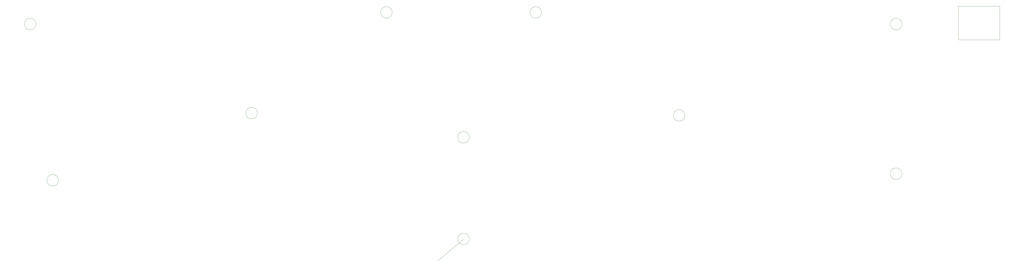
<source format=gbr>
%TF.GenerationSoftware,KiCad,Pcbnew,(5.1.10)-1*%
%TF.CreationDate,2022-01-23T15:25:41-08:00*%
%TF.ProjectId,V2,56322e6b-6963-4616-945f-706362585858,rev?*%
%TF.SameCoordinates,Original*%
%TF.FileFunction,Other,User*%
%FSLAX46Y46*%
G04 Gerber Fmt 4.6, Leading zero omitted, Abs format (unit mm)*
G04 Created by KiCad (PCBNEW (5.1.10)-1) date 2022-01-23 15:25:41*
%MOMM*%
%LPD*%
G01*
G04 APERTURE LIST*
%ADD10C,0.050000*%
G04 APERTURE END LIST*
D10*
X201345800Y-100711000D02*
X212229700Y-91541600D01*
%TO.C,H11*%
X398042300Y-431800D02*
G75*
G03*
X398042300Y-431800I-2450000J0D01*
G01*
%TO.C,H9*%
X182002600Y4508500D02*
G75*
G03*
X182002600Y4508500I-2450000J0D01*
G01*
%TO.C,H8*%
X398042300Y-63855600D02*
G75*
G03*
X398042300Y-63855600I-2450000J0D01*
G01*
%TO.C,H7*%
X40550000Y-66675000D02*
G75*
G03*
X40550000Y-66675000I-2450000J0D01*
G01*
%TO.C,H6*%
X31025000Y-431800D02*
G75*
G03*
X31025000Y-431800I-2450000J0D01*
G01*
%TO.C,H5*%
X214679700Y-91541600D02*
G75*
G03*
X214679700Y-91541600I-2450000J0D01*
G01*
%TO.C,H4*%
X214679700Y-48450500D02*
G75*
G03*
X214679700Y-48450500I-2450000J0D01*
G01*
%TO.C,H3*%
X306081600Y-39166800D02*
G75*
G03*
X306081600Y-39166800I-2450000J0D01*
G01*
%TO.C,H2*%
X245274000Y4508500D02*
G75*
G03*
X245274000Y4508500I-2450000J0D01*
G01*
%TO.C,H1*%
X124890700Y-38163500D02*
G75*
G03*
X124890700Y-38163500I-2450000J0D01*
G01*
%TO.C,SW1*%
X439449043Y-7100000D02*
X421949043Y-7100000D01*
X439449043Y-7100000D02*
X439449043Y7100000D01*
X421949043Y7100000D02*
X421949043Y-7100000D01*
X421949043Y7100000D02*
X439449043Y7100000D01*
%TD*%
M02*

</source>
